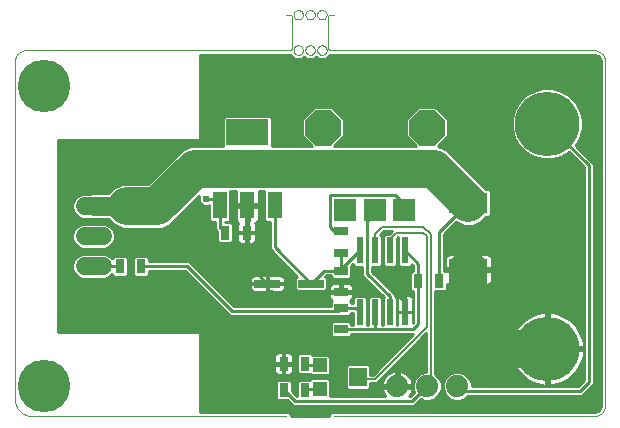
<source format=gtl>
G75*
G70*
%OFA0B0*%
%FSLAX24Y24*%
%IPPOS*%
%LPD*%
%AMOC8*
5,1,8,0,0,1.08239X$1,22.5*
%
%ADD10C,0.0000*%
%ADD11R,0.1260X0.0709*%
%ADD12C,0.0600*%
%ADD13C,0.2150*%
%ADD14R,0.0740X0.0740*%
%ADD15OC8,0.1181*%
%ADD16R,0.0472X0.0315*%
%ADD17R,0.0315X0.0472*%
%ADD18R,0.0866X0.0256*%
%ADD19C,0.1750*%
%ADD20R,0.0472X0.0472*%
%ADD21R,0.0591X0.0630*%
%ADD22R,0.0240X0.0870*%
%ADD23R,0.0480X0.0880*%
%ADD24R,0.1417X0.0866*%
%ADD25C,0.0740*%
%ADD26C,0.0238*%
%ADD27C,0.0100*%
%ADD28C,0.1280*%
%ADD29C,0.0060*%
%ADD30C,0.0640*%
D10*
X004225Y003191D02*
X004225Y014411D01*
X004227Y014450D01*
X004233Y014488D01*
X004242Y014525D01*
X004255Y014562D01*
X004272Y014597D01*
X004291Y014630D01*
X004314Y014661D01*
X004340Y014690D01*
X004369Y014716D01*
X004400Y014739D01*
X004433Y014758D01*
X004468Y014775D01*
X004505Y014788D01*
X004542Y014797D01*
X004580Y014803D01*
X004619Y014805D01*
X013280Y014805D01*
X013379Y014805D01*
X013396Y014806D01*
X013413Y014811D01*
X013428Y014818D01*
X013442Y014828D01*
X013454Y014840D01*
X013464Y014854D01*
X013471Y014869D01*
X013476Y014886D01*
X013477Y014903D01*
X013477Y015198D01*
X013477Y015887D01*
X013476Y015904D01*
X013471Y015921D01*
X013464Y015936D01*
X013454Y015950D01*
X013442Y015962D01*
X013428Y015972D01*
X013413Y015979D01*
X013396Y015984D01*
X013379Y015985D01*
X013379Y015986D02*
X013280Y015986D01*
X013517Y015986D02*
X013519Y016011D01*
X013525Y016035D01*
X013534Y016057D01*
X013547Y016078D01*
X013563Y016097D01*
X013582Y016113D01*
X013603Y016126D01*
X013625Y016135D01*
X013649Y016141D01*
X013674Y016143D01*
X013699Y016141D01*
X013723Y016135D01*
X013745Y016126D01*
X013766Y016113D01*
X013785Y016097D01*
X013801Y016078D01*
X013814Y016057D01*
X013823Y016035D01*
X013829Y016011D01*
X013831Y015986D01*
X013829Y015961D01*
X013823Y015937D01*
X013814Y015915D01*
X013801Y015894D01*
X013785Y015875D01*
X013766Y015859D01*
X013745Y015846D01*
X013723Y015837D01*
X013699Y015831D01*
X013674Y015829D01*
X013649Y015831D01*
X013625Y015837D01*
X013603Y015846D01*
X013582Y015859D01*
X013563Y015875D01*
X013547Y015894D01*
X013534Y015915D01*
X013525Y015937D01*
X013519Y015961D01*
X013517Y015986D01*
X013911Y015986D02*
X013913Y016011D01*
X013919Y016035D01*
X013928Y016057D01*
X013941Y016078D01*
X013957Y016097D01*
X013976Y016113D01*
X013997Y016126D01*
X014019Y016135D01*
X014043Y016141D01*
X014068Y016143D01*
X014093Y016141D01*
X014117Y016135D01*
X014139Y016126D01*
X014160Y016113D01*
X014179Y016097D01*
X014195Y016078D01*
X014208Y016057D01*
X014217Y016035D01*
X014223Y016011D01*
X014225Y015986D01*
X014223Y015961D01*
X014217Y015937D01*
X014208Y015915D01*
X014195Y015894D01*
X014179Y015875D01*
X014160Y015859D01*
X014139Y015846D01*
X014117Y015837D01*
X014093Y015831D01*
X014068Y015829D01*
X014043Y015831D01*
X014019Y015837D01*
X013997Y015846D01*
X013976Y015859D01*
X013957Y015875D01*
X013941Y015894D01*
X013928Y015915D01*
X013919Y015937D01*
X013913Y015961D01*
X013911Y015986D01*
X014304Y015986D02*
X014306Y016011D01*
X014312Y016035D01*
X014321Y016057D01*
X014334Y016078D01*
X014350Y016097D01*
X014369Y016113D01*
X014390Y016126D01*
X014412Y016135D01*
X014436Y016141D01*
X014461Y016143D01*
X014486Y016141D01*
X014510Y016135D01*
X014532Y016126D01*
X014553Y016113D01*
X014572Y016097D01*
X014588Y016078D01*
X014601Y016057D01*
X014610Y016035D01*
X014616Y016011D01*
X014618Y015986D01*
X014616Y015961D01*
X014610Y015937D01*
X014601Y015915D01*
X014588Y015894D01*
X014572Y015875D01*
X014553Y015859D01*
X014532Y015846D01*
X014510Y015837D01*
X014486Y015831D01*
X014461Y015829D01*
X014436Y015831D01*
X014412Y015837D01*
X014390Y015846D01*
X014369Y015859D01*
X014350Y015875D01*
X014334Y015894D01*
X014321Y015915D01*
X014312Y015937D01*
X014306Y015961D01*
X014304Y015986D01*
X014658Y015887D02*
X014658Y015198D01*
X014658Y014903D01*
X014659Y014886D01*
X014664Y014869D01*
X014671Y014854D01*
X014681Y014840D01*
X014693Y014828D01*
X014707Y014818D01*
X014722Y014811D01*
X014739Y014806D01*
X014756Y014805D01*
X014855Y014805D01*
X023516Y014805D01*
X023555Y014803D01*
X023593Y014797D01*
X023630Y014788D01*
X023667Y014775D01*
X023702Y014758D01*
X023735Y014739D01*
X023766Y014716D01*
X023795Y014690D01*
X023821Y014661D01*
X023844Y014630D01*
X023863Y014597D01*
X023880Y014562D01*
X023893Y014525D01*
X023902Y014488D01*
X023908Y014450D01*
X023910Y014411D01*
X023910Y002994D01*
X023908Y002955D01*
X023902Y002917D01*
X023893Y002880D01*
X023880Y002843D01*
X023863Y002808D01*
X023844Y002775D01*
X023821Y002744D01*
X023795Y002715D01*
X023766Y002689D01*
X023735Y002666D01*
X023702Y002647D01*
X023667Y002630D01*
X023630Y002617D01*
X023593Y002608D01*
X023555Y002602D01*
X023516Y002600D01*
X014855Y002600D01*
X013280Y002600D02*
X004816Y002600D01*
X004770Y002602D01*
X004724Y002607D01*
X004678Y002616D01*
X004633Y002629D01*
X004590Y002645D01*
X004548Y002664D01*
X004507Y002687D01*
X004469Y002713D01*
X004432Y002742D01*
X004398Y002773D01*
X004367Y002807D01*
X004338Y002844D01*
X004312Y002882D01*
X004289Y002923D01*
X004270Y002965D01*
X004254Y003008D01*
X004241Y003053D01*
X004232Y003099D01*
X004227Y003145D01*
X004225Y003191D01*
X013517Y014805D02*
X013519Y014830D01*
X013525Y014854D01*
X013534Y014876D01*
X013547Y014897D01*
X013563Y014916D01*
X013582Y014932D01*
X013603Y014945D01*
X013625Y014954D01*
X013649Y014960D01*
X013674Y014962D01*
X013699Y014960D01*
X013723Y014954D01*
X013745Y014945D01*
X013766Y014932D01*
X013785Y014916D01*
X013801Y014897D01*
X013814Y014876D01*
X013823Y014854D01*
X013829Y014830D01*
X013831Y014805D01*
X013829Y014780D01*
X013823Y014756D01*
X013814Y014734D01*
X013801Y014713D01*
X013785Y014694D01*
X013766Y014678D01*
X013745Y014665D01*
X013723Y014656D01*
X013699Y014650D01*
X013674Y014648D01*
X013649Y014650D01*
X013625Y014656D01*
X013603Y014665D01*
X013582Y014678D01*
X013563Y014694D01*
X013547Y014713D01*
X013534Y014734D01*
X013525Y014756D01*
X013519Y014780D01*
X013517Y014805D01*
X013911Y014805D02*
X013913Y014830D01*
X013919Y014854D01*
X013928Y014876D01*
X013941Y014897D01*
X013957Y014916D01*
X013976Y014932D01*
X013997Y014945D01*
X014019Y014954D01*
X014043Y014960D01*
X014068Y014962D01*
X014093Y014960D01*
X014117Y014954D01*
X014139Y014945D01*
X014160Y014932D01*
X014179Y014916D01*
X014195Y014897D01*
X014208Y014876D01*
X014217Y014854D01*
X014223Y014830D01*
X014225Y014805D01*
X014223Y014780D01*
X014217Y014756D01*
X014208Y014734D01*
X014195Y014713D01*
X014179Y014694D01*
X014160Y014678D01*
X014139Y014665D01*
X014117Y014656D01*
X014093Y014650D01*
X014068Y014648D01*
X014043Y014650D01*
X014019Y014656D01*
X013997Y014665D01*
X013976Y014678D01*
X013957Y014694D01*
X013941Y014713D01*
X013928Y014734D01*
X013919Y014756D01*
X013913Y014780D01*
X013911Y014805D01*
X014304Y014805D02*
X014306Y014830D01*
X014312Y014854D01*
X014321Y014876D01*
X014334Y014897D01*
X014350Y014916D01*
X014369Y014932D01*
X014390Y014945D01*
X014412Y014954D01*
X014436Y014960D01*
X014461Y014962D01*
X014486Y014960D01*
X014510Y014954D01*
X014532Y014945D01*
X014553Y014932D01*
X014572Y014916D01*
X014588Y014897D01*
X014601Y014876D01*
X014610Y014854D01*
X014616Y014830D01*
X014618Y014805D01*
X014616Y014780D01*
X014610Y014756D01*
X014601Y014734D01*
X014588Y014713D01*
X014572Y014694D01*
X014553Y014678D01*
X014532Y014665D01*
X014510Y014656D01*
X014486Y014650D01*
X014461Y014648D01*
X014436Y014650D01*
X014412Y014656D01*
X014390Y014665D01*
X014369Y014678D01*
X014350Y014694D01*
X014334Y014713D01*
X014321Y014734D01*
X014312Y014756D01*
X014306Y014780D01*
X014304Y014805D01*
X014658Y015887D02*
X014659Y015904D01*
X014664Y015921D01*
X014671Y015936D01*
X014681Y015950D01*
X014693Y015962D01*
X014707Y015972D01*
X014722Y015979D01*
X014739Y015984D01*
X014756Y015985D01*
X014756Y015986D02*
X014855Y015986D01*
D11*
X019345Y009702D03*
X019345Y007498D03*
D12*
X007150Y007600D02*
X006550Y007600D01*
X006550Y008600D02*
X007150Y008600D01*
X007150Y009600D02*
X006550Y009600D01*
D13*
X021975Y012350D03*
X021975Y004850D03*
D14*
X017209Y009469D03*
X016225Y009469D03*
X015241Y009469D03*
D15*
X014493Y012225D03*
X017957Y012225D03*
D16*
X015100Y008767D03*
X015100Y008058D03*
X015100Y007454D03*
X015100Y006746D03*
X015100Y006204D03*
X015100Y005496D03*
D17*
X013892Y004350D03*
X013183Y004350D03*
X013183Y003475D03*
X013892Y003475D03*
X017671Y007108D03*
X018379Y007108D03*
X011954Y008725D03*
X011246Y008725D03*
X008434Y007600D03*
X007725Y007600D03*
D18*
X012641Y007021D03*
X014098Y007021D03*
D19*
X005200Y003600D03*
X005200Y013600D03*
D20*
X014391Y004306D03*
X014391Y003519D03*
D21*
X015671Y003913D03*
D22*
X015725Y006070D03*
X016225Y006070D03*
X016725Y006070D03*
X017225Y006070D03*
X017225Y008130D03*
X016725Y008130D03*
X016225Y008130D03*
X015725Y008130D03*
D23*
X012885Y009630D03*
X011975Y009630D03*
X011065Y009630D03*
D24*
X011975Y012070D03*
D25*
X016975Y003600D03*
X017975Y003600D03*
X018975Y003600D03*
D26*
X017038Y006600D03*
X012725Y006725D03*
X012725Y004350D03*
X010600Y009850D03*
D27*
X010845Y009850D01*
X011065Y009630D01*
X011065Y008906D01*
X011246Y008725D01*
X011168Y008647D01*
X010978Y008609D02*
X007560Y008609D01*
X007560Y008682D02*
X007498Y008832D01*
X007382Y008948D01*
X007232Y009010D01*
X006468Y009010D01*
X006318Y008948D01*
X006202Y008832D01*
X006140Y008682D01*
X006140Y008518D01*
X006202Y008368D01*
X006318Y008252D01*
X006468Y008190D01*
X007232Y008190D01*
X007382Y008252D01*
X007498Y008368D01*
X007560Y008518D01*
X007560Y008682D01*
X007549Y008707D02*
X010978Y008707D01*
X010978Y008766D02*
X010978Y008443D01*
X011043Y008379D01*
X011449Y008379D01*
X011513Y008443D01*
X011513Y009007D01*
X011449Y009071D01*
X011225Y009071D01*
X011225Y009080D01*
X011351Y009080D01*
X011415Y009144D01*
X011415Y010100D01*
X011588Y010100D01*
X011585Y010090D01*
X011585Y009680D01*
X011925Y009680D01*
X011925Y009580D01*
X011585Y009580D01*
X011585Y009170D01*
X011595Y009132D01*
X011615Y009098D01*
X011643Y009070D01*
X011676Y009051D01*
X011657Y009019D01*
X011647Y008981D01*
X011647Y008754D01*
X011926Y008754D01*
X011926Y009111D01*
X011925Y009111D01*
X011925Y009580D01*
X012025Y009580D01*
X012025Y009680D01*
X012365Y009680D01*
X012365Y010090D01*
X012362Y010100D01*
X012535Y010100D01*
X012535Y009144D01*
X012599Y009080D01*
X012725Y009080D01*
X012725Y008168D01*
X013634Y007259D01*
X013619Y007259D01*
X013555Y007195D01*
X013555Y006848D01*
X013619Y006783D01*
X014577Y006783D01*
X014641Y006848D01*
X014641Y007195D01*
X014577Y007259D01*
X014562Y007259D01*
X014597Y007294D01*
X014754Y007294D01*
X014754Y007251D01*
X014818Y007187D01*
X015382Y007187D01*
X015446Y007251D01*
X015446Y007625D01*
X015495Y007674D01*
X015495Y007649D01*
X015559Y007585D01*
X015815Y007585D01*
X015815Y007284D01*
X016522Y006577D01*
X016495Y006551D01*
X016495Y005656D01*
X016455Y005656D01*
X016455Y006551D01*
X016391Y006615D01*
X016059Y006615D01*
X015995Y006551D01*
X015995Y005656D01*
X015955Y005656D01*
X015955Y006551D01*
X015891Y006615D01*
X015559Y006615D01*
X015495Y006551D01*
X015495Y006364D01*
X015446Y006364D01*
X015446Y006407D01*
X015401Y006452D01*
X015428Y006468D01*
X015456Y006496D01*
X015476Y006530D01*
X015486Y006568D01*
X015486Y006717D01*
X015129Y006717D01*
X015129Y006774D01*
X015486Y006774D01*
X015486Y006923D01*
X015476Y006961D01*
X015456Y006995D01*
X015428Y007023D01*
X015394Y007043D01*
X015356Y007053D01*
X015129Y007053D01*
X015129Y006774D01*
X015071Y006774D01*
X015071Y006717D01*
X014714Y006717D01*
X014714Y006568D01*
X014724Y006530D01*
X014744Y006496D01*
X014772Y006468D01*
X014799Y006452D01*
X014754Y006407D01*
X014754Y006260D01*
X011541Y006260D01*
X010041Y007760D01*
X008701Y007760D01*
X008701Y007882D01*
X008637Y007946D01*
X008231Y007946D01*
X008166Y007882D01*
X008166Y007318D01*
X008231Y007254D01*
X008637Y007254D01*
X008701Y007318D01*
X008701Y007440D01*
X009909Y007440D01*
X011315Y006034D01*
X011409Y005940D01*
X014815Y005940D01*
X014818Y005937D01*
X015382Y005937D01*
X015446Y006001D01*
X015446Y006044D01*
X015495Y006044D01*
X015495Y005656D01*
X015446Y005656D01*
X015446Y005699D01*
X015382Y005763D01*
X014818Y005763D01*
X014754Y005699D01*
X014754Y005293D01*
X014818Y005228D01*
X015382Y005228D01*
X015446Y005293D01*
X015446Y005336D01*
X017513Y005336D01*
X016167Y003990D01*
X016076Y003990D01*
X016076Y004273D01*
X016012Y004337D01*
X015330Y004337D01*
X015266Y004273D01*
X015266Y003552D01*
X015330Y003488D01*
X016012Y003488D01*
X016076Y003552D01*
X016076Y003710D01*
X016283Y003710D01*
X016365Y003792D01*
X017945Y005372D01*
X017945Y004080D01*
X017880Y004080D01*
X017703Y004007D01*
X017568Y003872D01*
X017495Y003695D01*
X017495Y003505D01*
X017541Y003393D01*
X017409Y003260D01*
X017370Y003260D01*
X017372Y003261D01*
X017420Y003327D01*
X017457Y003400D01*
X017482Y003478D01*
X017494Y003550D01*
X017025Y003550D01*
X017025Y003650D01*
X016925Y003650D01*
X016925Y004119D01*
X016853Y004107D01*
X016775Y004082D01*
X016702Y004045D01*
X016636Y003997D01*
X016578Y003939D01*
X016530Y003873D01*
X016493Y003800D01*
X016468Y003722D01*
X016456Y003650D01*
X016925Y003650D01*
X016925Y003550D01*
X016456Y003550D01*
X016468Y003478D01*
X016493Y003400D01*
X016530Y003327D01*
X016578Y003261D01*
X016580Y003260D01*
X014738Y003260D01*
X014738Y003801D01*
X014673Y003865D01*
X014110Y003865D01*
X014066Y003821D01*
X013689Y003821D01*
X013624Y003757D01*
X013624Y003260D01*
X013451Y003434D01*
X013451Y003757D01*
X013386Y003821D01*
X012980Y003821D01*
X012916Y003757D01*
X012916Y003193D01*
X012980Y003129D01*
X013303Y003129D01*
X013492Y002940D01*
X017541Y002940D01*
X017635Y003034D01*
X017768Y003166D01*
X017880Y003120D01*
X018070Y003120D01*
X018247Y003193D01*
X018382Y003328D01*
X018455Y003505D01*
X018455Y003695D01*
X018382Y003872D01*
X018247Y004007D01*
X018225Y004016D01*
X018225Y006761D01*
X018582Y006761D01*
X018647Y006826D01*
X018647Y007010D01*
X018657Y007004D01*
X018695Y006993D01*
X019295Y006993D01*
X019295Y007448D01*
X018588Y007448D01*
X018582Y007454D01*
X018539Y007454D01*
X018539Y008670D01*
X018931Y009062D01*
X019196Y008952D01*
X019494Y008952D01*
X019770Y009067D01*
X019941Y009238D01*
X020020Y009238D01*
X020085Y009302D01*
X020085Y009529D01*
X020095Y009553D01*
X020095Y009852D01*
X020085Y009876D01*
X020085Y010102D01*
X020020Y010167D01*
X019941Y010167D01*
X018622Y011486D01*
X018347Y011600D01*
X018323Y011600D01*
X018658Y011935D01*
X018658Y012515D01*
X018247Y012926D01*
X017667Y012926D01*
X017257Y012515D01*
X017257Y011935D01*
X017592Y011600D01*
X014858Y011600D01*
X015193Y011935D01*
X015193Y012515D01*
X014783Y012926D01*
X014203Y012926D01*
X013792Y012515D01*
X013792Y011935D01*
X014127Y011600D01*
X012794Y011600D01*
X012794Y012549D01*
X012729Y012613D01*
X011221Y012613D01*
X011156Y012549D01*
X011156Y011600D01*
X010076Y011600D01*
X009800Y011486D01*
X009589Y011275D01*
X008664Y010350D01*
X007826Y010350D01*
X007550Y010236D01*
X007344Y010030D01*
X006764Y010030D01*
X006716Y010010D01*
X006468Y010010D01*
X006318Y009948D01*
X006202Y009832D01*
X006140Y009682D01*
X006140Y009518D01*
X006202Y009368D01*
X006318Y009252D01*
X006468Y009190D01*
X006716Y009190D01*
X006764Y009170D01*
X007344Y009170D01*
X007550Y008964D01*
X007826Y008850D01*
X009124Y008850D01*
X009400Y008964D01*
X010371Y009935D01*
X010371Y009755D01*
X010505Y009621D01*
X010695Y009621D01*
X010715Y009641D01*
X010715Y009144D01*
X010779Y009080D01*
X010905Y009080D01*
X010905Y008839D01*
X010978Y008766D01*
X010939Y008806D02*
X007509Y008806D01*
X007426Y008904D02*
X007695Y008904D01*
X007512Y009003D02*
X007250Y009003D01*
X007413Y009101D02*
X005650Y009101D01*
X005650Y009003D02*
X006450Y009003D01*
X006445Y009200D02*
X005650Y009200D01*
X005650Y009298D02*
X006272Y009298D01*
X006191Y009397D02*
X005650Y009397D01*
X005650Y009495D02*
X006150Y009495D01*
X006140Y009594D02*
X005650Y009594D01*
X005650Y009692D02*
X006144Y009692D01*
X006185Y009791D02*
X005650Y009791D01*
X005650Y009889D02*
X006259Y009889D01*
X006414Y009988D02*
X005650Y009988D01*
X005650Y010086D02*
X007400Y010086D01*
X007499Y010185D02*
X005650Y010185D01*
X005650Y010283D02*
X007664Y010283D01*
X008696Y010382D02*
X005650Y010382D01*
X005650Y010480D02*
X008794Y010480D01*
X008893Y010579D02*
X005650Y010579D01*
X005650Y010677D02*
X008991Y010677D01*
X009090Y010776D02*
X005650Y010776D01*
X005650Y010874D02*
X009188Y010874D01*
X009287Y010973D02*
X005650Y010973D01*
X005650Y011071D02*
X009385Y011071D01*
X009484Y011170D02*
X005650Y011170D01*
X005650Y011268D02*
X009582Y011268D01*
X009681Y011367D02*
X005650Y011367D01*
X005650Y011465D02*
X009779Y011465D01*
X009988Y011564D02*
X005650Y011564D01*
X005650Y011662D02*
X011156Y011662D01*
X011156Y011761D02*
X005650Y011761D01*
X005650Y011800D02*
X010371Y011800D01*
X010400Y011829D01*
X010400Y014655D01*
X013403Y014655D01*
X013413Y014631D01*
X013500Y014544D01*
X013613Y014497D01*
X013735Y014497D01*
X013848Y014544D01*
X013871Y014567D01*
X013893Y014544D01*
X014006Y014497D01*
X014129Y014497D01*
X014242Y014544D01*
X014264Y014567D01*
X014287Y014544D01*
X014400Y014497D01*
X014522Y014497D01*
X014635Y014544D01*
X014722Y014631D01*
X014732Y014655D01*
X023516Y014655D01*
X023564Y014650D01*
X023652Y014614D01*
X023719Y014546D01*
X023755Y014459D01*
X023760Y014411D01*
X023760Y002994D01*
X017595Y002994D01*
X017694Y003093D02*
X023760Y003093D01*
X023760Y003191D02*
X019242Y003191D01*
X019247Y003193D02*
X019334Y003280D01*
X023131Y003280D01*
X023431Y003580D01*
X023525Y003674D01*
X023525Y011026D01*
X022925Y011626D01*
X023079Y011893D01*
X023160Y012194D01*
X023160Y012506D01*
X023079Y012807D01*
X022923Y013078D01*
X022703Y013298D01*
X022432Y013454D01*
X022131Y013535D01*
X021819Y013535D01*
X021518Y013454D01*
X021247Y013298D01*
X021027Y013078D01*
X020871Y012807D01*
X020790Y012506D01*
X020790Y012194D01*
X020871Y011893D01*
X021027Y011622D01*
X021247Y011402D01*
X021518Y011246D01*
X021819Y011165D01*
X022131Y011165D01*
X022432Y011246D01*
X022699Y011400D01*
X023205Y010894D01*
X023205Y003806D01*
X022999Y003600D01*
X019455Y003600D01*
X019455Y003695D01*
X019382Y003872D01*
X019247Y004007D01*
X019070Y004080D01*
X018880Y004080D01*
X018703Y004007D01*
X018568Y003872D01*
X018495Y003695D01*
X018495Y003505D01*
X018568Y003328D01*
X018703Y003193D01*
X018880Y003120D01*
X019070Y003120D01*
X019247Y003193D01*
X019135Y003440D02*
X018975Y003600D01*
X019135Y003440D02*
X023065Y003440D01*
X023365Y003740D01*
X023365Y010960D01*
X021975Y012350D01*
X023001Y012943D02*
X023760Y012943D01*
X023760Y013041D02*
X022944Y013041D01*
X022861Y013140D02*
X023760Y013140D01*
X023760Y013238D02*
X022763Y013238D01*
X022636Y013337D02*
X023760Y013337D01*
X023760Y013435D02*
X022466Y013435D01*
X022136Y013534D02*
X023760Y013534D01*
X023760Y013632D02*
X010400Y013632D01*
X010400Y013534D02*
X021814Y013534D01*
X021484Y013435D02*
X010400Y013435D01*
X010400Y013337D02*
X021314Y013337D01*
X021187Y013238D02*
X010400Y013238D01*
X010400Y013140D02*
X021089Y013140D01*
X021006Y013041D02*
X010400Y013041D01*
X010400Y012943D02*
X020949Y012943D01*
X020892Y012844D02*
X018329Y012844D01*
X018427Y012746D02*
X020854Y012746D01*
X020828Y012647D02*
X018526Y012647D01*
X018624Y012549D02*
X020801Y012549D01*
X020790Y012450D02*
X018658Y012450D01*
X018658Y012352D02*
X020790Y012352D01*
X020790Y012253D02*
X018658Y012253D01*
X018658Y012155D02*
X020801Y012155D01*
X020827Y012056D02*
X018658Y012056D01*
X018658Y011958D02*
X020853Y011958D01*
X020890Y011859D02*
X018582Y011859D01*
X018484Y011761D02*
X020947Y011761D01*
X021004Y011662D02*
X018385Y011662D01*
X018435Y011564D02*
X021086Y011564D01*
X021184Y011465D02*
X018643Y011465D01*
X018741Y011367D02*
X021308Y011367D01*
X021479Y011268D02*
X018840Y011268D01*
X018938Y011170D02*
X021802Y011170D01*
X022148Y011170D02*
X022929Y011170D01*
X022831Y011268D02*
X022471Y011268D01*
X022642Y011367D02*
X022732Y011367D01*
X022988Y011564D02*
X023760Y011564D01*
X023760Y011662D02*
X022946Y011662D01*
X023003Y011761D02*
X023760Y011761D01*
X023760Y011859D02*
X023060Y011859D01*
X023097Y011958D02*
X023760Y011958D01*
X023760Y012056D02*
X023123Y012056D01*
X023149Y012155D02*
X023760Y012155D01*
X023760Y012253D02*
X023160Y012253D01*
X023160Y012352D02*
X023760Y012352D01*
X023760Y012450D02*
X023160Y012450D01*
X023149Y012549D02*
X023760Y012549D01*
X023760Y012647D02*
X023122Y012647D01*
X023096Y012746D02*
X023760Y012746D01*
X023760Y012844D02*
X023058Y012844D01*
X023760Y013731D02*
X010400Y013731D01*
X010400Y013829D02*
X023760Y013829D01*
X023760Y013928D02*
X010400Y013928D01*
X010400Y014026D02*
X023760Y014026D01*
X023760Y014125D02*
X010400Y014125D01*
X010400Y014223D02*
X023760Y014223D01*
X023760Y014322D02*
X010400Y014322D01*
X010400Y014420D02*
X023759Y014420D01*
X023731Y014519D02*
X014574Y014519D01*
X014708Y014617D02*
X023644Y014617D01*
X023760Y011465D02*
X023086Y011465D01*
X023185Y011367D02*
X023760Y011367D01*
X023760Y011268D02*
X023283Y011268D01*
X023382Y011170D02*
X023760Y011170D01*
X023760Y011071D02*
X023480Y011071D01*
X023525Y010973D02*
X023760Y010973D01*
X023760Y010874D02*
X023525Y010874D01*
X023525Y010776D02*
X023760Y010776D01*
X023760Y010677D02*
X023525Y010677D01*
X023525Y010579D02*
X023760Y010579D01*
X023760Y010480D02*
X023525Y010480D01*
X023525Y010382D02*
X023760Y010382D01*
X023760Y010283D02*
X023525Y010283D01*
X023525Y010185D02*
X023760Y010185D01*
X023760Y010086D02*
X023525Y010086D01*
X023525Y009988D02*
X023760Y009988D01*
X023760Y009889D02*
X023525Y009889D01*
X023525Y009791D02*
X023760Y009791D01*
X023760Y009692D02*
X023525Y009692D01*
X023525Y009594D02*
X023760Y009594D01*
X023760Y009495D02*
X023525Y009495D01*
X023525Y009397D02*
X023760Y009397D01*
X023760Y009298D02*
X023525Y009298D01*
X023525Y009200D02*
X023760Y009200D01*
X023760Y009101D02*
X023525Y009101D01*
X023525Y009003D02*
X023760Y009003D01*
X023760Y008904D02*
X023525Y008904D01*
X023525Y008806D02*
X023760Y008806D01*
X023760Y008707D02*
X023525Y008707D01*
X023525Y008609D02*
X023760Y008609D01*
X023760Y008510D02*
X023525Y008510D01*
X023525Y008412D02*
X023760Y008412D01*
X023760Y008313D02*
X023525Y008313D01*
X023525Y008215D02*
X023760Y008215D01*
X023760Y008116D02*
X023525Y008116D01*
X023525Y008018D02*
X023760Y008018D01*
X023760Y007919D02*
X023525Y007919D01*
X023525Y007821D02*
X023760Y007821D01*
X023760Y007722D02*
X023525Y007722D01*
X023525Y007624D02*
X023760Y007624D01*
X023760Y007525D02*
X023525Y007525D01*
X023525Y007427D02*
X023760Y007427D01*
X023760Y007328D02*
X023525Y007328D01*
X023525Y007230D02*
X023760Y007230D01*
X023760Y007131D02*
X023525Y007131D01*
X023525Y007033D02*
X023760Y007033D01*
X023760Y006934D02*
X023525Y006934D01*
X023525Y006836D02*
X023760Y006836D01*
X023760Y006737D02*
X023525Y006737D01*
X023525Y006639D02*
X023760Y006639D01*
X023760Y006540D02*
X023525Y006540D01*
X023525Y006442D02*
X023760Y006442D01*
X023760Y006343D02*
X023525Y006343D01*
X023525Y006245D02*
X023760Y006245D01*
X023760Y006146D02*
X023525Y006146D01*
X023525Y006048D02*
X023760Y006048D01*
X023760Y005949D02*
X023525Y005949D01*
X023525Y005851D02*
X023760Y005851D01*
X023760Y005752D02*
X023525Y005752D01*
X023525Y005654D02*
X023760Y005654D01*
X023760Y005555D02*
X023525Y005555D01*
X023525Y005457D02*
X023760Y005457D01*
X023760Y005358D02*
X023525Y005358D01*
X023525Y005260D02*
X023760Y005260D01*
X023760Y005161D02*
X023525Y005161D01*
X023525Y005063D02*
X023760Y005063D01*
X023760Y004964D02*
X023525Y004964D01*
X023525Y004866D02*
X023760Y004866D01*
X023760Y004767D02*
X023525Y004767D01*
X023525Y004669D02*
X023760Y004669D01*
X023760Y004570D02*
X023525Y004570D01*
X023525Y004472D02*
X023760Y004472D01*
X023760Y004373D02*
X023525Y004373D01*
X023525Y004275D02*
X023760Y004275D01*
X023760Y004176D02*
X023525Y004176D01*
X023525Y004078D02*
X023760Y004078D01*
X023760Y003979D02*
X023525Y003979D01*
X023525Y003881D02*
X023760Y003881D01*
X023760Y003782D02*
X023525Y003782D01*
X023525Y003684D02*
X023760Y003684D01*
X023760Y003585D02*
X023436Y003585D01*
X023338Y003487D02*
X023760Y003487D01*
X023760Y003388D02*
X023239Y003388D01*
X023141Y003290D02*
X023760Y003290D01*
X023760Y002994D02*
X023755Y002946D01*
X023719Y002858D01*
X023652Y002791D01*
X023564Y002755D01*
X023516Y002750D01*
X014793Y002750D01*
X014705Y002662D01*
X014705Y002600D01*
X013430Y002600D01*
X013430Y002662D01*
X013342Y002750D01*
X010400Y002750D01*
X010400Y005371D01*
X010371Y005400D01*
X005650Y005400D01*
X005650Y011800D01*
X009438Y009003D02*
X010905Y009003D01*
X010905Y008904D02*
X009255Y008904D01*
X009537Y009101D02*
X010758Y009101D01*
X010715Y009200D02*
X009635Y009200D01*
X009734Y009298D02*
X010715Y009298D01*
X010715Y009397D02*
X009832Y009397D01*
X009931Y009495D02*
X010715Y009495D01*
X010715Y009594D02*
X010029Y009594D01*
X010128Y009692D02*
X010434Y009692D01*
X010371Y009791D02*
X010226Y009791D01*
X010325Y009889D02*
X010371Y009889D01*
X011415Y009889D02*
X011585Y009889D01*
X011585Y009791D02*
X011415Y009791D01*
X011415Y009692D02*
X011585Y009692D01*
X011415Y009594D02*
X011925Y009594D01*
X011975Y009630D02*
X011975Y008746D01*
X011954Y008725D01*
X011954Y007708D01*
X012641Y007021D01*
X012641Y006809D01*
X012725Y006725D01*
X012655Y006743D02*
X013094Y006743D01*
X013132Y006754D01*
X013167Y006773D01*
X013194Y006801D01*
X013214Y006835D01*
X013224Y006874D01*
X013224Y007007D01*
X012655Y007007D01*
X012655Y006743D01*
X012627Y006743D02*
X012627Y007007D01*
X012058Y007007D01*
X012058Y006874D01*
X012068Y006835D01*
X012088Y006801D01*
X012116Y006773D01*
X012150Y006754D01*
X012189Y006743D01*
X012627Y006743D01*
X012627Y006836D02*
X012655Y006836D01*
X012655Y006934D02*
X012627Y006934D01*
X012627Y007007D02*
X012655Y007007D01*
X012655Y007035D01*
X012627Y007035D01*
X012627Y007007D01*
X012627Y007033D02*
X010769Y007033D01*
X010670Y007131D02*
X012058Y007131D01*
X012058Y007169D02*
X012058Y007035D01*
X012627Y007035D01*
X012627Y007299D01*
X012189Y007299D01*
X012150Y007289D01*
X012116Y007269D01*
X012088Y007241D01*
X012068Y007207D01*
X012058Y007169D01*
X012081Y007230D02*
X010572Y007230D01*
X010473Y007328D02*
X013565Y007328D01*
X013590Y007230D02*
X013201Y007230D01*
X013194Y007241D02*
X013167Y007269D01*
X013132Y007289D01*
X013094Y007299D01*
X012655Y007299D01*
X012655Y007035D01*
X013224Y007035D01*
X013224Y007169D01*
X013214Y007207D01*
X013194Y007241D01*
X013224Y007131D02*
X013555Y007131D01*
X013555Y007033D02*
X012655Y007033D01*
X012655Y007131D02*
X012627Y007131D01*
X012627Y007230D02*
X012655Y007230D01*
X013224Y006934D02*
X013555Y006934D01*
X013567Y006836D02*
X013214Y006836D01*
X013467Y007427D02*
X010375Y007427D01*
X010276Y007525D02*
X013368Y007525D01*
X013270Y007624D02*
X010178Y007624D01*
X010079Y007722D02*
X013171Y007722D01*
X013073Y007821D02*
X008701Y007821D01*
X008664Y007919D02*
X012974Y007919D01*
X012876Y008018D02*
X005650Y008018D01*
X005650Y008116D02*
X012777Y008116D01*
X012725Y008215D02*
X007291Y008215D01*
X007443Y008313D02*
X012725Y008313D01*
X012725Y008412D02*
X012240Y008412D01*
X012232Y008397D02*
X012252Y008431D01*
X012262Y008469D01*
X012262Y008696D01*
X011983Y008696D01*
X011983Y008339D01*
X012132Y008339D01*
X012170Y008349D01*
X012204Y008369D01*
X012232Y008397D01*
X012262Y008510D02*
X012725Y008510D01*
X012725Y008609D02*
X012262Y008609D01*
X012262Y008754D02*
X012262Y008981D01*
X012252Y009019D01*
X012239Y009041D01*
X012273Y009050D01*
X012307Y009070D01*
X012335Y009098D01*
X012355Y009132D01*
X012365Y009170D01*
X012365Y009580D01*
X012025Y009580D01*
X012025Y009111D01*
X011983Y009111D01*
X011983Y008754D01*
X011926Y008754D01*
X011926Y008696D01*
X011983Y008696D01*
X011983Y008754D01*
X012262Y008754D01*
X012262Y008806D02*
X012725Y008806D01*
X012725Y008904D02*
X012262Y008904D01*
X012256Y009003D02*
X012725Y009003D01*
X012578Y009101D02*
X012337Y009101D01*
X012365Y009200D02*
X012535Y009200D01*
X012535Y009298D02*
X012365Y009298D01*
X012365Y009397D02*
X012535Y009397D01*
X012535Y009495D02*
X012365Y009495D01*
X012535Y009594D02*
X012025Y009594D01*
X012025Y009495D02*
X011925Y009495D01*
X011925Y009397D02*
X012025Y009397D01*
X012025Y009298D02*
X011925Y009298D01*
X011925Y009200D02*
X012025Y009200D01*
X011983Y009101D02*
X011926Y009101D01*
X011926Y009003D02*
X011983Y009003D01*
X011983Y008904D02*
X011926Y008904D01*
X011926Y008806D02*
X011983Y008806D01*
X011983Y008707D02*
X012725Y008707D01*
X012885Y008234D02*
X014098Y007021D01*
X014531Y007454D01*
X015100Y007454D01*
X015100Y008058D01*
X015446Y007624D02*
X015521Y007624D01*
X015446Y007525D02*
X015815Y007525D01*
X015815Y007427D02*
X015446Y007427D01*
X015446Y007328D02*
X015815Y007328D01*
X015869Y007230D02*
X015424Y007230D01*
X015412Y007033D02*
X016066Y007033D01*
X015968Y007131D02*
X014641Y007131D01*
X014641Y007033D02*
X014788Y007033D01*
X014772Y007023D02*
X014744Y006995D01*
X014724Y006961D01*
X014714Y006923D01*
X014714Y006774D01*
X015071Y006774D01*
X015071Y007053D01*
X014844Y007053D01*
X014806Y007043D01*
X014772Y007023D01*
X014717Y006934D02*
X014641Y006934D01*
X014629Y006836D02*
X014714Y006836D01*
X014714Y006639D02*
X011163Y006639D01*
X011064Y006737D02*
X015071Y006737D01*
X015100Y006746D02*
X015058Y006788D01*
X015071Y006836D02*
X015129Y006836D01*
X015129Y006934D02*
X015071Y006934D01*
X015071Y007033D02*
X015129Y007033D01*
X015129Y006737D02*
X016362Y006737D01*
X016460Y006639D02*
X015486Y006639D01*
X015479Y006540D02*
X015495Y006540D01*
X015495Y006442D02*
X015412Y006442D01*
X015591Y006204D02*
X015100Y006204D01*
X014996Y006100D01*
X011475Y006100D01*
X009975Y007600D01*
X008434Y007600D01*
X008701Y007427D02*
X009922Y007427D01*
X010021Y007328D02*
X008701Y007328D01*
X008166Y007328D02*
X007992Y007328D01*
X007992Y007318D02*
X007992Y007882D01*
X007928Y007946D01*
X007522Y007946D01*
X007458Y007882D01*
X007458Y007872D01*
X007382Y007948D01*
X007232Y008010D01*
X006468Y008010D01*
X006318Y007948D01*
X006202Y007832D01*
X006140Y007682D01*
X006140Y007518D01*
X006202Y007368D01*
X006318Y007252D01*
X006468Y007190D01*
X007232Y007190D01*
X007382Y007252D01*
X007458Y007328D01*
X007458Y007318D01*
X007522Y007254D01*
X007928Y007254D01*
X007992Y007318D01*
X007992Y007427D02*
X008166Y007427D01*
X008166Y007525D02*
X007992Y007525D01*
X007992Y007624D02*
X008166Y007624D01*
X008166Y007722D02*
X007992Y007722D01*
X007992Y007821D02*
X008166Y007821D01*
X008203Y007919D02*
X007955Y007919D01*
X007725Y007600D02*
X006850Y007600D01*
X007327Y007230D02*
X010119Y007230D01*
X010218Y007131D02*
X005650Y007131D01*
X005650Y007033D02*
X010316Y007033D01*
X010415Y006934D02*
X005650Y006934D01*
X005650Y006836D02*
X010513Y006836D01*
X010612Y006737D02*
X005650Y006737D01*
X005650Y006639D02*
X010710Y006639D01*
X010809Y006540D02*
X005650Y006540D01*
X005650Y006442D02*
X010907Y006442D01*
X011006Y006343D02*
X005650Y006343D01*
X005650Y006245D02*
X011104Y006245D01*
X011203Y006146D02*
X005650Y006146D01*
X005650Y006048D02*
X011301Y006048D01*
X011400Y005949D02*
X005650Y005949D01*
X005650Y005851D02*
X015495Y005851D01*
X015495Y005949D02*
X015394Y005949D01*
X015393Y005752D02*
X015495Y005752D01*
X015725Y006070D02*
X015591Y006204D01*
X015955Y006245D02*
X015995Y006245D01*
X015995Y006343D02*
X015955Y006343D01*
X015955Y006442D02*
X015995Y006442D01*
X015995Y006540D02*
X015955Y006540D01*
X016263Y006836D02*
X015486Y006836D01*
X015483Y006934D02*
X016165Y006934D01*
X016420Y007131D02*
X017403Y007131D01*
X017403Y007033D02*
X016519Y007033D01*
X016617Y006934D02*
X017403Y006934D01*
X017403Y006836D02*
X016716Y006836D01*
X016791Y006760D02*
X016135Y007416D01*
X016135Y007585D01*
X016391Y007585D01*
X016455Y007649D01*
X016455Y008611D01*
X016414Y008651D01*
X016523Y008760D01*
X016787Y008760D01*
X016702Y008675D01*
X016559Y008675D01*
X016495Y008611D01*
X016495Y007649D01*
X016559Y007585D01*
X016891Y007585D01*
X016955Y007649D01*
X016955Y008532D01*
X016995Y008572D01*
X016995Y007649D01*
X017059Y007585D01*
X017391Y007585D01*
X017455Y007649D01*
X017455Y007674D01*
X017511Y007618D01*
X017511Y007454D01*
X017468Y007454D01*
X017403Y007389D01*
X017403Y006826D01*
X017468Y006761D01*
X017505Y006761D01*
X017505Y005726D01*
X017495Y005716D01*
X017495Y006060D01*
X017235Y006060D01*
X017235Y006080D01*
X017215Y006080D01*
X017215Y006655D01*
X017085Y006655D01*
X017047Y006645D01*
X017013Y006625D01*
X016985Y006597D01*
X016965Y006563D01*
X016955Y006525D01*
X016955Y006080D01*
X017215Y006080D01*
X017215Y006060D01*
X016955Y006060D01*
X016955Y005656D01*
X016955Y006551D01*
X016891Y006615D01*
X016885Y006615D01*
X016885Y006666D01*
X016791Y006760D01*
X016814Y006737D02*
X017505Y006737D01*
X017505Y006639D02*
X017414Y006639D01*
X017403Y006645D02*
X017365Y006655D01*
X017235Y006655D01*
X017235Y006080D01*
X017495Y006080D01*
X017495Y006525D01*
X017485Y006563D01*
X017465Y006597D01*
X017437Y006625D01*
X017403Y006645D01*
X017491Y006540D02*
X017505Y006540D01*
X017495Y006442D02*
X017505Y006442D01*
X017495Y006343D02*
X017505Y006343D01*
X017495Y006245D02*
X017505Y006245D01*
X017495Y006146D02*
X017505Y006146D01*
X017495Y006048D02*
X017505Y006048D01*
X017495Y005949D02*
X017505Y005949D01*
X017495Y005851D02*
X017505Y005851D01*
X017495Y005752D02*
X017505Y005752D01*
X017665Y005660D02*
X017665Y007102D01*
X017671Y007108D01*
X017671Y007684D01*
X017225Y008130D01*
X016995Y008116D02*
X016955Y008116D01*
X016955Y008018D02*
X016995Y008018D01*
X016995Y007919D02*
X016955Y007919D01*
X016955Y007821D02*
X016995Y007821D01*
X016995Y007722D02*
X016955Y007722D01*
X016929Y007624D02*
X017021Y007624D01*
X017429Y007624D02*
X017505Y007624D01*
X017511Y007525D02*
X016135Y007525D01*
X016135Y007427D02*
X017440Y007427D01*
X017403Y007328D02*
X016223Y007328D01*
X016322Y007230D02*
X017403Y007230D01*
X018225Y006737D02*
X023205Y006737D01*
X023205Y006639D02*
X018225Y006639D01*
X018225Y006540D02*
X023205Y006540D01*
X023205Y006442D02*
X018225Y006442D01*
X018225Y006343D02*
X023205Y006343D01*
X023205Y006245D02*
X018225Y006245D01*
X018225Y006146D02*
X023205Y006146D01*
X023205Y006048D02*
X022233Y006048D01*
X022181Y006060D02*
X022044Y006075D01*
X022025Y006075D01*
X022025Y004900D01*
X023200Y004900D01*
X023200Y004919D01*
X023185Y005056D01*
X023154Y005190D01*
X023109Y005320D01*
X023049Y005443D01*
X022976Y005560D01*
X022890Y005668D01*
X022793Y005765D01*
X022685Y005851D01*
X022568Y005924D01*
X022445Y005984D01*
X022315Y006029D01*
X022181Y006060D01*
X022025Y006048D02*
X021925Y006048D01*
X021925Y006075D02*
X021906Y006075D01*
X021769Y006060D01*
X021635Y006029D01*
X021505Y005984D01*
X021382Y005924D01*
X021265Y005851D01*
X021157Y005765D01*
X021060Y005668D01*
X020974Y005560D01*
X020901Y005443D01*
X020841Y005320D01*
X020796Y005190D01*
X020765Y005056D01*
X020750Y004919D01*
X020750Y004900D01*
X021925Y004900D01*
X021925Y006075D01*
X021925Y005949D02*
X022025Y005949D01*
X022025Y005851D02*
X021925Y005851D01*
X021925Y005752D02*
X022025Y005752D01*
X022025Y005654D02*
X021925Y005654D01*
X021925Y005555D02*
X022025Y005555D01*
X022025Y005457D02*
X021925Y005457D01*
X021925Y005358D02*
X022025Y005358D01*
X022025Y005260D02*
X021925Y005260D01*
X021925Y005161D02*
X022025Y005161D01*
X022025Y005063D02*
X021925Y005063D01*
X021925Y004964D02*
X022025Y004964D01*
X022025Y004900D02*
X021925Y004900D01*
X021925Y004800D01*
X022025Y004800D01*
X022025Y004900D01*
X022025Y004866D02*
X023205Y004866D01*
X023200Y004800D02*
X022025Y004800D01*
X022025Y003625D01*
X022044Y003625D01*
X022181Y003640D01*
X022315Y003671D01*
X022445Y003716D01*
X022568Y003776D01*
X022685Y003849D01*
X022793Y003935D01*
X022890Y004032D01*
X022976Y004140D01*
X023049Y004257D01*
X023109Y004380D01*
X023154Y004510D01*
X023185Y004644D01*
X023200Y004781D01*
X023200Y004800D01*
X023198Y004767D02*
X023205Y004767D01*
X023205Y004669D02*
X023187Y004669D01*
X023168Y004570D02*
X023205Y004570D01*
X023205Y004472D02*
X023140Y004472D01*
X023105Y004373D02*
X023205Y004373D01*
X023205Y004275D02*
X023058Y004275D01*
X022998Y004176D02*
X023205Y004176D01*
X023205Y004078D02*
X022926Y004078D01*
X022836Y003979D02*
X023205Y003979D01*
X023205Y003881D02*
X022724Y003881D01*
X022578Y003782D02*
X023181Y003782D01*
X023082Y003684D02*
X022350Y003684D01*
X022025Y003684D02*
X021925Y003684D01*
X021925Y003625D02*
X021925Y004800D01*
X020750Y004800D01*
X020750Y004781D01*
X020765Y004644D01*
X020796Y004510D01*
X020841Y004380D01*
X020901Y004257D01*
X020974Y004140D01*
X021060Y004032D01*
X021157Y003935D01*
X021265Y003849D01*
X021382Y003776D01*
X021505Y003716D01*
X021635Y003671D01*
X021769Y003640D01*
X021906Y003625D01*
X021925Y003625D01*
X021925Y003782D02*
X022025Y003782D01*
X022025Y003881D02*
X021925Y003881D01*
X021925Y003979D02*
X022025Y003979D01*
X022025Y004078D02*
X021925Y004078D01*
X021925Y004176D02*
X022025Y004176D01*
X022025Y004275D02*
X021925Y004275D01*
X021925Y004373D02*
X022025Y004373D01*
X022025Y004472D02*
X021925Y004472D01*
X021925Y004570D02*
X022025Y004570D01*
X022025Y004669D02*
X021925Y004669D01*
X021925Y004767D02*
X022025Y004767D01*
X021925Y004866D02*
X018225Y004866D01*
X018225Y004964D02*
X020755Y004964D01*
X020767Y005063D02*
X018225Y005063D01*
X018225Y005161D02*
X020789Y005161D01*
X020820Y005260D02*
X018225Y005260D01*
X018225Y005358D02*
X020860Y005358D01*
X020909Y005457D02*
X018225Y005457D01*
X018225Y005555D02*
X020971Y005555D01*
X021049Y005654D02*
X018225Y005654D01*
X018225Y005752D02*
X021145Y005752D01*
X021265Y005851D02*
X018225Y005851D01*
X018225Y005949D02*
X021434Y005949D01*
X021717Y006048D02*
X018225Y006048D01*
X017665Y005660D02*
X017501Y005496D01*
X016225Y005496D01*
X016225Y006070D01*
X016455Y006048D02*
X016495Y006048D01*
X016495Y006146D02*
X016455Y006146D01*
X016455Y006245D02*
X016495Y006245D01*
X016495Y006343D02*
X016455Y006343D01*
X016455Y006442D02*
X016495Y006442D01*
X016495Y006540D02*
X016455Y006540D01*
X016725Y006600D02*
X016725Y006070D01*
X016955Y006048D02*
X016955Y006048D01*
X016955Y006146D02*
X016955Y006146D01*
X016955Y006245D02*
X016955Y006245D01*
X016955Y006343D02*
X016955Y006343D01*
X016955Y006442D02*
X016955Y006442D01*
X016955Y006540D02*
X016959Y006540D01*
X017038Y006600D02*
X017225Y006413D01*
X017225Y006070D01*
X017215Y006146D02*
X017235Y006146D01*
X017235Y006245D02*
X017215Y006245D01*
X017215Y006343D02*
X017235Y006343D01*
X017235Y006442D02*
X017215Y006442D01*
X017215Y006540D02*
X017235Y006540D01*
X017235Y006639D02*
X017215Y006639D01*
X017036Y006639D02*
X016885Y006639D01*
X016725Y006600D02*
X015975Y007350D01*
X015975Y009100D01*
X016225Y009350D01*
X016225Y009469D01*
X016913Y009975D02*
X014725Y009975D01*
X014725Y008913D01*
X014850Y008788D01*
X015079Y008788D01*
X015100Y008767D01*
X015725Y008130D02*
X015100Y007505D01*
X015100Y007454D01*
X014776Y007230D02*
X014606Y007230D01*
X014721Y006540D02*
X011261Y006540D01*
X011360Y006442D02*
X014788Y006442D01*
X014754Y006343D02*
X011458Y006343D01*
X010966Y006836D02*
X012068Y006836D01*
X012058Y006934D02*
X010867Y006934D01*
X011010Y008412D02*
X007516Y008412D01*
X007557Y008510D02*
X010978Y008510D01*
X011481Y008412D02*
X011668Y008412D01*
X011677Y008397D02*
X011705Y008369D01*
X011739Y008349D01*
X011777Y008339D01*
X011926Y008339D01*
X011926Y008696D01*
X011647Y008696D01*
X011647Y008469D01*
X011657Y008431D01*
X011677Y008397D01*
X011647Y008510D02*
X011513Y008510D01*
X011513Y008609D02*
X011647Y008609D01*
X011513Y008707D02*
X011926Y008707D01*
X011926Y008609D02*
X011983Y008609D01*
X011983Y008510D02*
X011926Y008510D01*
X011926Y008412D02*
X011983Y008412D01*
X011647Y008806D02*
X011513Y008806D01*
X011513Y008904D02*
X011647Y008904D01*
X011653Y009003D02*
X011513Y009003D01*
X011613Y009101D02*
X011372Y009101D01*
X011415Y009200D02*
X011585Y009200D01*
X011585Y009298D02*
X011415Y009298D01*
X011415Y009397D02*
X011585Y009397D01*
X011585Y009495D02*
X011415Y009495D01*
X011415Y009988D02*
X011585Y009988D01*
X011585Y010086D02*
X011415Y010086D01*
X012365Y010086D02*
X012535Y010086D01*
X012535Y009988D02*
X012365Y009988D01*
X012365Y009889D02*
X012535Y009889D01*
X012535Y009791D02*
X012365Y009791D01*
X012365Y009692D02*
X012535Y009692D01*
X012885Y009630D02*
X012885Y008234D01*
X015955Y006146D02*
X015995Y006146D01*
X015995Y006048D02*
X015955Y006048D01*
X015955Y005949D02*
X015995Y005949D01*
X015995Y005851D02*
X015955Y005851D01*
X015955Y005752D02*
X015995Y005752D01*
X016225Y005496D02*
X015100Y005496D01*
X014754Y005457D02*
X005650Y005457D01*
X005650Y005555D02*
X014754Y005555D01*
X014754Y005654D02*
X005650Y005654D01*
X005650Y005752D02*
X014807Y005752D01*
X014754Y005358D02*
X010400Y005358D01*
X010400Y005260D02*
X014787Y005260D01*
X015413Y005260D02*
X017437Y005260D01*
X017338Y005161D02*
X010400Y005161D01*
X010400Y005063D02*
X017240Y005063D01*
X017141Y004964D02*
X010400Y004964D01*
X010400Y004866D02*
X017043Y004866D01*
X016944Y004767D02*
X010400Y004767D01*
X010400Y004669D02*
X012900Y004669D01*
X012906Y004678D02*
X012886Y004644D01*
X012876Y004606D01*
X012876Y004379D01*
X013154Y004379D01*
X013154Y004321D01*
X012876Y004321D01*
X012876Y004094D01*
X012886Y004056D01*
X012906Y004022D01*
X012934Y003994D01*
X012968Y003974D01*
X013006Y003964D01*
X013154Y003964D01*
X013154Y004321D01*
X013212Y004321D01*
X013212Y003964D01*
X013360Y003964D01*
X013399Y003974D01*
X013433Y003994D01*
X013461Y004022D01*
X013480Y004056D01*
X013491Y004094D01*
X013491Y004321D01*
X013212Y004321D01*
X013212Y004379D01*
X013154Y004379D01*
X013154Y004736D01*
X013006Y004736D01*
X012968Y004726D01*
X012934Y004706D01*
X012906Y004678D01*
X012876Y004570D02*
X010400Y004570D01*
X010400Y004472D02*
X012876Y004472D01*
X012725Y004350D02*
X013183Y004350D01*
X013154Y004373D02*
X010400Y004373D01*
X010400Y004275D02*
X012876Y004275D01*
X012876Y004176D02*
X010400Y004176D01*
X010400Y004078D02*
X012880Y004078D01*
X012959Y003979D02*
X010400Y003979D01*
X010400Y003881D02*
X015266Y003881D01*
X015266Y003979D02*
X014692Y003979D01*
X014673Y003960D02*
X014738Y004024D01*
X014738Y004588D01*
X014673Y004652D01*
X014139Y004652D01*
X014095Y004696D01*
X013689Y004696D01*
X013624Y004632D01*
X013624Y004068D01*
X013689Y004004D01*
X014066Y004004D01*
X014110Y003960D01*
X014673Y003960D01*
X014738Y004078D02*
X015266Y004078D01*
X015266Y004176D02*
X014738Y004176D01*
X014738Y004275D02*
X015267Y004275D01*
X014738Y004373D02*
X016550Y004373D01*
X016452Y004275D02*
X016075Y004275D01*
X016076Y004176D02*
X016353Y004176D01*
X016255Y004078D02*
X016076Y004078D01*
X016076Y003684D02*
X016462Y003684D01*
X016487Y003782D02*
X016355Y003782D01*
X016453Y003881D02*
X016536Y003881D01*
X016552Y003979D02*
X016619Y003979D01*
X016650Y004078D02*
X016767Y004078D01*
X016749Y004176D02*
X017945Y004176D01*
X017945Y004275D02*
X016847Y004275D01*
X016946Y004373D02*
X017945Y004373D01*
X017945Y004472D02*
X017044Y004472D01*
X017143Y004570D02*
X017945Y004570D01*
X017945Y004669D02*
X017241Y004669D01*
X017340Y004767D02*
X017945Y004767D01*
X017945Y004866D02*
X017438Y004866D01*
X017537Y004964D02*
X017945Y004964D01*
X017945Y005063D02*
X017635Y005063D01*
X017734Y005161D02*
X017945Y005161D01*
X017945Y005260D02*
X017832Y005260D01*
X017931Y005358D02*
X017945Y005358D01*
X018225Y004767D02*
X020752Y004767D01*
X020763Y004669D02*
X018225Y004669D01*
X018225Y004570D02*
X020782Y004570D01*
X020810Y004472D02*
X018225Y004472D01*
X018225Y004373D02*
X020845Y004373D01*
X020892Y004275D02*
X018225Y004275D01*
X018225Y004176D02*
X020952Y004176D01*
X021024Y004078D02*
X019077Y004078D01*
X018873Y004078D02*
X018225Y004078D01*
X018275Y003979D02*
X018675Y003979D01*
X018577Y003881D02*
X018373Y003881D01*
X018419Y003782D02*
X018531Y003782D01*
X018495Y003684D02*
X018455Y003684D01*
X018455Y003585D02*
X018495Y003585D01*
X018502Y003487D02*
X018448Y003487D01*
X018407Y003388D02*
X018543Y003388D01*
X018607Y003290D02*
X018343Y003290D01*
X018242Y003191D02*
X018708Y003191D01*
X017975Y003600D02*
X017475Y003100D01*
X016975Y003100D01*
X013558Y003100D01*
X013183Y003475D01*
X012916Y003487D02*
X010400Y003487D01*
X010400Y003585D02*
X012916Y003585D01*
X012916Y003684D02*
X010400Y003684D01*
X010400Y003782D02*
X012941Y003782D01*
X013154Y003979D02*
X013212Y003979D01*
X013212Y004078D02*
X013154Y004078D01*
X013154Y004176D02*
X013212Y004176D01*
X013212Y004275D02*
X013154Y004275D01*
X013212Y004373D02*
X013624Y004373D01*
X013624Y004275D02*
X013491Y004275D01*
X013491Y004176D02*
X013624Y004176D01*
X013624Y004078D02*
X013486Y004078D01*
X013407Y003979D02*
X014091Y003979D01*
X013936Y004306D02*
X013892Y004350D01*
X013936Y004306D02*
X014391Y004306D01*
X014738Y004472D02*
X016649Y004472D01*
X016747Y004570D02*
X014738Y004570D01*
X014123Y004669D02*
X016846Y004669D01*
X017025Y004119D02*
X017025Y003650D01*
X017494Y003650D01*
X017482Y003722D01*
X017457Y003800D01*
X017420Y003873D01*
X017372Y003939D01*
X017314Y003997D01*
X017248Y004045D01*
X017175Y004082D01*
X017097Y004107D01*
X017025Y004119D01*
X017025Y004078D02*
X016925Y004078D01*
X016925Y003979D02*
X017025Y003979D01*
X017025Y003881D02*
X016925Y003881D01*
X016925Y003782D02*
X017025Y003782D01*
X017025Y003684D02*
X016925Y003684D01*
X016925Y003585D02*
X016076Y003585D01*
X016466Y003487D02*
X014738Y003487D01*
X014738Y003585D02*
X015266Y003585D01*
X015266Y003684D02*
X014738Y003684D01*
X014738Y003782D02*
X015266Y003782D01*
X014738Y003388D02*
X016499Y003388D01*
X016558Y003290D02*
X014738Y003290D01*
X014391Y003519D02*
X013936Y003519D01*
X013892Y003475D01*
X013624Y003487D02*
X013451Y003487D01*
X013451Y003585D02*
X013624Y003585D01*
X013624Y003684D02*
X013451Y003684D01*
X013425Y003782D02*
X013650Y003782D01*
X013624Y003388D02*
X013496Y003388D01*
X013595Y003290D02*
X013624Y003290D01*
X013339Y003093D02*
X010400Y003093D01*
X010400Y003191D02*
X012918Y003191D01*
X012916Y003290D02*
X010400Y003290D01*
X010400Y003388D02*
X012916Y003388D01*
X013438Y002994D02*
X010400Y002994D01*
X010400Y002896D02*
X023734Y002896D01*
X023658Y002797D02*
X010400Y002797D01*
X013154Y004472D02*
X013212Y004472D01*
X013212Y004379D02*
X013212Y004736D01*
X013360Y004736D01*
X013399Y004726D01*
X013433Y004706D01*
X013461Y004678D01*
X013480Y004644D01*
X013491Y004606D01*
X013491Y004379D01*
X013212Y004379D01*
X013212Y004570D02*
X013154Y004570D01*
X013154Y004669D02*
X013212Y004669D01*
X013466Y004669D02*
X013661Y004669D01*
X013624Y004570D02*
X013491Y004570D01*
X013491Y004472D02*
X013624Y004472D01*
X013394Y002699D02*
X014741Y002699D01*
X014705Y002600D02*
X013430Y002600D01*
X017025Y003585D02*
X017495Y003585D01*
X017488Y003684D02*
X017495Y003684D01*
X017463Y003782D02*
X017531Y003782D01*
X017577Y003881D02*
X017414Y003881D01*
X017331Y003979D02*
X017675Y003979D01*
X017873Y004078D02*
X017183Y004078D01*
X017484Y003487D02*
X017502Y003487D01*
X017537Y003388D02*
X017451Y003388D01*
X017438Y003290D02*
X017392Y003290D01*
X019275Y003979D02*
X021114Y003979D01*
X021226Y003881D02*
X019373Y003881D01*
X019419Y003782D02*
X021372Y003782D01*
X021600Y003684D02*
X019455Y003684D01*
X020225Y004850D02*
X019345Y005730D01*
X019345Y005980D01*
X018647Y006836D02*
X023205Y006836D01*
X023205Y006934D02*
X018647Y006934D01*
X018379Y007108D02*
X018379Y008737D01*
X019345Y009702D01*
X020095Y009692D02*
X023205Y009692D01*
X023205Y009594D02*
X020095Y009594D01*
X020085Y009495D02*
X023205Y009495D01*
X023205Y009397D02*
X020085Y009397D01*
X020080Y009298D02*
X023205Y009298D01*
X023205Y009200D02*
X019903Y009200D01*
X019804Y009101D02*
X023205Y009101D01*
X023205Y009003D02*
X019615Y009003D01*
X019075Y009003D02*
X018871Y009003D01*
X018773Y008904D02*
X023205Y008904D01*
X023205Y008806D02*
X018674Y008806D01*
X018576Y008707D02*
X023205Y008707D01*
X023205Y008609D02*
X018539Y008609D01*
X018539Y008510D02*
X023205Y008510D01*
X023205Y008412D02*
X018539Y008412D01*
X018539Y008313D02*
X023205Y008313D01*
X023205Y008215D02*
X018539Y008215D01*
X018539Y008116D02*
X023205Y008116D01*
X023205Y008018D02*
X018539Y008018D01*
X018595Y007944D02*
X018575Y007910D01*
X018565Y007872D01*
X018565Y007548D01*
X019295Y007548D01*
X019295Y008002D01*
X018695Y008002D01*
X018657Y007992D01*
X018623Y007972D01*
X018595Y007944D01*
X018581Y007919D02*
X018539Y007919D01*
X018539Y007821D02*
X018565Y007821D01*
X018565Y007722D02*
X018539Y007722D01*
X018539Y007624D02*
X018565Y007624D01*
X018539Y007525D02*
X019295Y007525D01*
X019295Y007548D02*
X019295Y007448D01*
X019395Y007448D01*
X019395Y007548D01*
X019295Y007548D01*
X019295Y007624D02*
X019395Y007624D01*
X019395Y007548D02*
X019395Y008002D01*
X019995Y008002D01*
X020033Y007992D01*
X020067Y007972D01*
X020095Y007944D01*
X020115Y007910D01*
X020125Y007872D01*
X020125Y007548D01*
X019395Y007548D01*
X019395Y007525D02*
X023205Y007525D01*
X023205Y007427D02*
X020125Y007427D01*
X020125Y007448D02*
X019395Y007448D01*
X019395Y006993D01*
X019995Y006993D01*
X020033Y007004D01*
X020067Y007023D01*
X020095Y007051D01*
X020115Y007085D01*
X020125Y007124D01*
X020125Y007448D01*
X020125Y007328D02*
X023205Y007328D01*
X023205Y007230D02*
X020125Y007230D01*
X020125Y007131D02*
X023205Y007131D01*
X023205Y007033D02*
X020076Y007033D01*
X019395Y007033D02*
X019295Y007033D01*
X019295Y007131D02*
X019395Y007131D01*
X019395Y007230D02*
X019295Y007230D01*
X019295Y007328D02*
X019395Y007328D01*
X019395Y007427D02*
X019295Y007427D01*
X019295Y007722D02*
X019395Y007722D01*
X019395Y007821D02*
X019295Y007821D01*
X019295Y007919D02*
X019395Y007919D01*
X020109Y007919D02*
X023205Y007919D01*
X023205Y007821D02*
X020125Y007821D01*
X020125Y007722D02*
X023205Y007722D01*
X023205Y007624D02*
X020125Y007624D01*
X022516Y005949D02*
X023205Y005949D01*
X023205Y005851D02*
X022685Y005851D01*
X022805Y005752D02*
X023205Y005752D01*
X023205Y005654D02*
X022901Y005654D01*
X022979Y005555D02*
X023205Y005555D01*
X023205Y005457D02*
X023041Y005457D01*
X023090Y005358D02*
X023205Y005358D01*
X023205Y005260D02*
X023130Y005260D01*
X023161Y005161D02*
X023205Y005161D01*
X023205Y005063D02*
X023183Y005063D01*
X023195Y004964D02*
X023205Y004964D01*
X016955Y005656D02*
X016955Y005656D01*
X016955Y005752D02*
X016955Y005752D01*
X016955Y005851D02*
X016955Y005851D01*
X016955Y005949D02*
X016955Y005949D01*
X016495Y005949D02*
X016455Y005949D01*
X016455Y005851D02*
X016495Y005851D01*
X016495Y005752D02*
X016455Y005752D01*
X016429Y007624D02*
X016521Y007624D01*
X016495Y007722D02*
X016455Y007722D01*
X016455Y007821D02*
X016495Y007821D01*
X016495Y007919D02*
X016455Y007919D01*
X016455Y008018D02*
X016495Y008018D01*
X016495Y008116D02*
X016455Y008116D01*
X016455Y008215D02*
X016495Y008215D01*
X016495Y008313D02*
X016455Y008313D01*
X016455Y008412D02*
X016495Y008412D01*
X016495Y008510D02*
X016455Y008510D01*
X016455Y008609D02*
X016495Y008609D01*
X016470Y008707D02*
X016734Y008707D01*
X016955Y008510D02*
X016995Y008510D01*
X016995Y008412D02*
X016955Y008412D01*
X016955Y008313D02*
X016995Y008313D01*
X016995Y008215D02*
X016955Y008215D01*
X017209Y009469D02*
X017209Y009678D01*
X016913Y009975D01*
X019037Y011071D02*
X023028Y011071D01*
X023126Y010973D02*
X019135Y010973D01*
X019234Y010874D02*
X023205Y010874D01*
X023205Y010776D02*
X019333Y010776D01*
X019431Y010677D02*
X023205Y010677D01*
X023205Y010579D02*
X019530Y010579D01*
X019628Y010480D02*
X023205Y010480D01*
X023205Y010382D02*
X019727Y010382D01*
X019825Y010283D02*
X023205Y010283D01*
X023205Y010185D02*
X019924Y010185D01*
X020085Y010086D02*
X023205Y010086D01*
X023205Y009988D02*
X020085Y009988D01*
X020085Y009889D02*
X023205Y009889D01*
X023205Y009791D02*
X020095Y009791D01*
X017530Y011662D02*
X014920Y011662D01*
X015019Y011761D02*
X017431Y011761D01*
X017333Y011859D02*
X015117Y011859D01*
X015193Y011958D02*
X017257Y011958D01*
X017257Y012056D02*
X015193Y012056D01*
X015193Y012155D02*
X017257Y012155D01*
X017257Y012253D02*
X015193Y012253D01*
X015193Y012352D02*
X017257Y012352D01*
X017257Y012450D02*
X015193Y012450D01*
X015160Y012549D02*
X017290Y012549D01*
X017389Y012647D02*
X015061Y012647D01*
X014963Y012746D02*
X017487Y012746D01*
X017586Y012844D02*
X014864Y012844D01*
X014121Y012844D02*
X010400Y012844D01*
X010400Y012746D02*
X014023Y012746D01*
X013924Y012647D02*
X010400Y012647D01*
X010400Y012549D02*
X011156Y012549D01*
X011156Y012450D02*
X010400Y012450D01*
X010400Y012352D02*
X011156Y012352D01*
X011156Y012253D02*
X010400Y012253D01*
X010400Y012155D02*
X011156Y012155D01*
X011156Y012056D02*
X010400Y012056D01*
X010400Y011958D02*
X011156Y011958D01*
X011156Y011859D02*
X010400Y011859D01*
X012794Y011859D02*
X013868Y011859D01*
X013792Y011958D02*
X012794Y011958D01*
X012794Y012056D02*
X013792Y012056D01*
X013792Y012155D02*
X012794Y012155D01*
X012794Y012253D02*
X013792Y012253D01*
X013792Y012352D02*
X012794Y012352D01*
X012794Y012450D02*
X013792Y012450D01*
X013826Y012549D02*
X012794Y012549D01*
X012794Y011761D02*
X013966Y011761D01*
X014065Y011662D02*
X012794Y011662D01*
X013561Y014519D02*
X010400Y014519D01*
X010400Y014617D02*
X013427Y014617D01*
X013786Y014519D02*
X013955Y014519D01*
X014180Y014519D02*
X014349Y014519D01*
X006274Y008904D02*
X005650Y008904D01*
X005650Y008806D02*
X006191Y008806D01*
X006151Y008707D02*
X005650Y008707D01*
X005650Y008609D02*
X006140Y008609D01*
X006143Y008510D02*
X005650Y008510D01*
X005650Y008412D02*
X006184Y008412D01*
X006257Y008313D02*
X005650Y008313D01*
X005650Y008215D02*
X006409Y008215D01*
X006289Y007919D02*
X005650Y007919D01*
X005650Y007821D02*
X006198Y007821D01*
X006157Y007722D02*
X005650Y007722D01*
X005650Y007624D02*
X006140Y007624D01*
X006140Y007525D02*
X005650Y007525D01*
X005650Y007427D02*
X006178Y007427D01*
X006242Y007328D02*
X005650Y007328D01*
X005650Y007230D02*
X006373Y007230D01*
X007411Y007919D02*
X007495Y007919D01*
D28*
X007975Y009600D02*
X008975Y009600D01*
X010225Y010850D01*
X018197Y010850D01*
X019345Y009702D01*
X019345Y007498D02*
X019345Y005980D01*
X020475Y004850D01*
X021975Y004850D01*
D29*
X018085Y003710D02*
X017975Y003600D01*
X018085Y003710D02*
X018085Y008660D01*
X017845Y008900D01*
X016465Y008900D01*
X016225Y008660D01*
X016225Y008130D01*
X016725Y008130D02*
X016725Y008500D01*
X016945Y008720D01*
X017845Y008720D01*
X017965Y008600D01*
X017965Y005590D01*
X016225Y003850D01*
X015733Y003850D01*
X015671Y003913D01*
D30*
X007975Y009600D02*
X006850Y009600D01*
M02*

</source>
